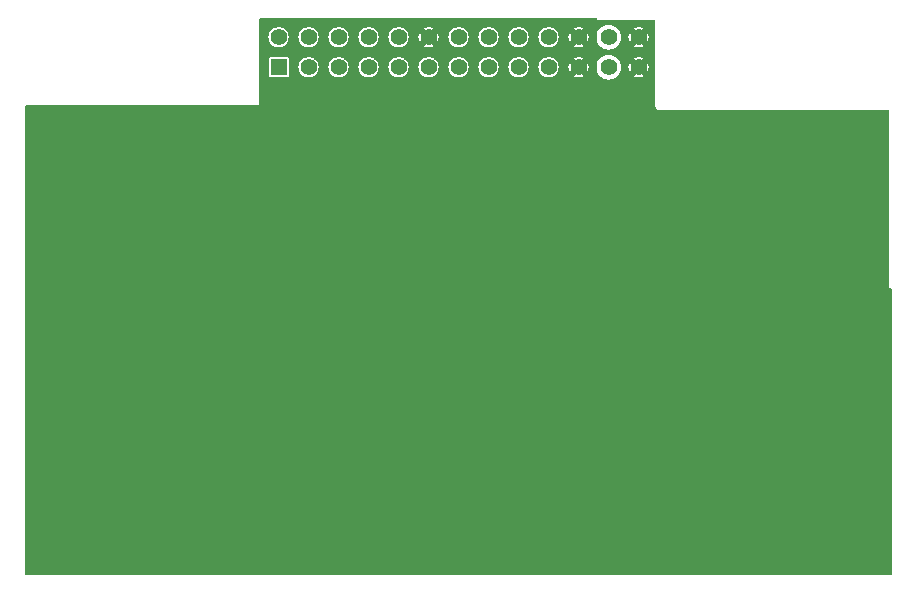
<source format=gbr>
%TF.GenerationSoftware,KiCad,Pcbnew,(6.0.8)*%
%TF.CreationDate,2023-08-07T17:47:41+10:00*%
%TF.ProjectId,REDPITAYA-BRK,52454450-4954-4415-9941-2d42524b2e6b,rev?*%
%TF.SameCoordinates,Original*%
%TF.FileFunction,Copper,L4,Bot*%
%TF.FilePolarity,Positive*%
%FSLAX46Y46*%
G04 Gerber Fmt 4.6, Leading zero omitted, Abs format (unit mm)*
G04 Created by KiCad (PCBNEW (6.0.8)) date 2023-08-07 17:47:41*
%MOMM*%
%LPD*%
G01*
G04 APERTURE LIST*
%TA.AperFunction,ComponentPad*%
%ADD10R,1.398000X1.398000*%
%TD*%
%TA.AperFunction,ComponentPad*%
%ADD11C,1.398000*%
%TD*%
%TA.AperFunction,ViaPad*%
%ADD12C,0.600000*%
%TD*%
G04 APERTURE END LIST*
D10*
%TO.P,J1,1,1*%
%TO.N,/p5v*%
X118110000Y-28194000D03*
D11*
%TO.P,J1,2,2*%
%TO.N,/mosi*%
X120650000Y-28194000D03*
%TO.P,J1,3,3*%
%TO.N,/sclk*%
X123190000Y-28194000D03*
%TO.P,J1,4,4*%
%TO.N,/uart_tx*%
X125730000Y-28194000D03*
%TO.P,J1,5,5*%
%TO.N,/i2c_scl*%
X128270000Y-28194000D03*
%TO.P,J1,6,6*%
%TO.N,/ext_com*%
X130810000Y-28194000D03*
%TO.P,J1,7,7*%
%TO.N,/ai0*%
X133350000Y-28194000D03*
%TO.P,J1,8,8*%
%TO.N,/ai2*%
X135890000Y-28194000D03*
%TO.P,J1,9,9*%
%TO.N,/ao0*%
X138430000Y-28194000D03*
%TO.P,J1,10,10*%
%TO.N,/ao2*%
X140970000Y-28194000D03*
%TO.P,J1,11,11*%
%TO.N,GND*%
X143510000Y-28194000D03*
%TO.P,J1,12,12*%
%TO.N,/CLK_P*%
X146050000Y-28194000D03*
%TO.P,J1,13,13*%
%TO.N,GND*%
X148590000Y-28194000D03*
%TO.P,J1,14,14*%
%TO.N,/m4v*%
X118110000Y-25654000D03*
%TO.P,J1,15,15*%
%TO.N,/miso*%
X120650000Y-25654000D03*
%TO.P,J1,16,16*%
%TO.N,/cs*%
X123190000Y-25654000D03*
%TO.P,J1,17,17*%
%TO.N,/uart_rx*%
X125730000Y-25654000D03*
%TO.P,J1,18,18*%
%TO.N,/i2c_sda*%
X128270000Y-25654000D03*
%TO.P,J1,19,19*%
%TO.N,GND*%
X130810000Y-25654000D03*
%TO.P,J1,20,20*%
%TO.N,/ai1*%
X133350000Y-25654000D03*
%TO.P,J1,21,21*%
%TO.N,/ai3*%
X135890000Y-25654000D03*
%TO.P,J1,22,22*%
%TO.N,/ao1*%
X138430000Y-25654000D03*
%TO.P,J1,23,23*%
%TO.N,/ao3*%
X140970000Y-25654000D03*
%TO.P,J1,24,24*%
%TO.N,GND*%
X143510000Y-25654000D03*
%TO.P,J1,25,25*%
%TO.N,/CLK_N*%
X146050000Y-25654000D03*
%TO.P,J1,26,26*%
%TO.N,GND*%
X148590000Y-25654000D03*
%TD*%
D12*
%TO.N,GND*%
X145796000Y-51816000D03*
X134874000Y-42672000D03*
X165100000Y-40386000D03*
X165862000Y-41402000D03*
X165862000Y-39370000D03*
X163576000Y-39370000D03*
X163576000Y-41402000D03*
X151892000Y-35052000D03*
X155702000Y-38862000D03*
X154940000Y-38100000D03*
X151130000Y-34290000D03*
X148336000Y-31242000D03*
X148844000Y-32004000D03*
X149606000Y-32766000D03*
X148336000Y-30226000D03*
X152654000Y-35814000D03*
X153416000Y-36576000D03*
X154178000Y-37338000D03*
X150368000Y-33528000D03*
X156464000Y-39370000D03*
X159512000Y-39370000D03*
X157480000Y-39370000D03*
X162560000Y-39370000D03*
X161544000Y-39370000D03*
X160528000Y-39370000D03*
X158496000Y-39370000D03*
X162560000Y-41402000D03*
X161544000Y-41402000D03*
X160528000Y-41402000D03*
X159512000Y-41402000D03*
X158496000Y-41402000D03*
X157480000Y-41402000D03*
X156464000Y-41402000D03*
X155194000Y-40894000D03*
X154432000Y-40132000D03*
X153670000Y-39370000D03*
X152908000Y-38608000D03*
X152146000Y-37846000D03*
X151384000Y-37084000D03*
X150622000Y-36322000D03*
X149860000Y-35560000D03*
X149098000Y-34798000D03*
X148336000Y-34036000D03*
X147574000Y-33274000D03*
X146812000Y-32512000D03*
X146304000Y-31242000D03*
X146304000Y-30226000D03*
X135636000Y-51562000D03*
X162306000Y-45212000D03*
X102108000Y-60452000D03*
X100837000Y-63600000D03*
X147320000Y-66040000D03*
X140462000Y-49022000D03*
X138012000Y-56324000D03*
X165862000Y-55880000D03*
X129261000Y-67468600D03*
X129281000Y-53363600D03*
X99198000Y-60467000D03*
X111047000Y-41915000D03*
X100584000Y-35560000D03*
X100827000Y-68555000D03*
X99402000Y-63615000D03*
X107696000Y-67310000D03*
X129246000Y-66033600D03*
X156215000Y-42648000D03*
X147828000Y-56388000D03*
X116001000Y-64488600D03*
X116018000Y-57643000D03*
X102008000Y-46791000D03*
X116083000Y-51235000D03*
X99033000Y-46796000D03*
X116013000Y-56143000D03*
X144272000Y-61214000D03*
X167386000Y-45212000D03*
X151259000Y-64715000D03*
X151145000Y-59044000D03*
X156209000Y-66160000D03*
X163884000Y-63386800D03*
X102030000Y-55285000D03*
X116083000Y-49760000D03*
X129286000Y-56338600D03*
X102033000Y-44251000D03*
X111046000Y-64468600D03*
X124271000Y-54898600D03*
X137997000Y-53414000D03*
X124460000Y-48514000D03*
X99058000Y-44256000D03*
X151145000Y-57569000D03*
X108204000Y-63246000D03*
X129286000Y-54863600D03*
X129246000Y-64558600D03*
X158750000Y-54356000D03*
X156194000Y-64725000D03*
X120118092Y-65250947D03*
X129004000Y-45890000D03*
X102302000Y-68555000D03*
X142882000Y-56329000D03*
X165349000Y-68301800D03*
X111003000Y-59109000D03*
X167401000Y-38100000D03*
X156209000Y-67635000D03*
X99120000Y-55300000D03*
X166794000Y-63371800D03*
X163874000Y-68301800D03*
X164846000Y-50038000D03*
X156215000Y-49760000D03*
X99392000Y-68570000D03*
X162306000Y-35560000D03*
X128989000Y-44455000D03*
X124271000Y-56373600D03*
X110998000Y-56134000D03*
X111023000Y-48299000D03*
X129540000Y-49530000D03*
X121158000Y-59436000D03*
X142882000Y-54854000D03*
X160274000Y-66802000D03*
X100555000Y-55285000D03*
X156215000Y-44123000D03*
X104648000Y-51308000D03*
X123896000Y-66013600D03*
X138041000Y-64595000D03*
X128989000Y-42980000D03*
X156215000Y-51235000D03*
X142981000Y-64555000D03*
X124266000Y-53398600D03*
X138012000Y-45747600D03*
X156225000Y-59044000D03*
X162306000Y-36830000D03*
X116077000Y-43360000D03*
X132080000Y-30734000D03*
X151274000Y-67625000D03*
X156210000Y-54356000D03*
X149606000Y-49530000D03*
X167386000Y-35560000D03*
X156210000Y-56134000D03*
X100533000Y-51736000D03*
X105410000Y-58928000D03*
X143002000Y-44245000D03*
X111061000Y-67378600D03*
X116016000Y-67398600D03*
X167386000Y-36830000D03*
X102028000Y-39281000D03*
X143002000Y-45720000D03*
X124206000Y-44401000D03*
X106426000Y-34290000D03*
X167371000Y-42302000D03*
X100533000Y-46791000D03*
X142867000Y-53419000D03*
X124221000Y-45836000D03*
X138012000Y-44272600D03*
X116077000Y-41885000D03*
X138012000Y-54849000D03*
X100593000Y-39296000D03*
X158242000Y-37084000D03*
X151135000Y-49760000D03*
X142987000Y-42810000D03*
X167371000Y-43777000D03*
X152146000Y-41656000D03*
X116001000Y-65963600D03*
X156225000Y-57569000D03*
X102312000Y-63600000D03*
X132080000Y-61468000D03*
X142996000Y-67465000D03*
X151274000Y-66150000D03*
X159512000Y-44704000D03*
X125222000Y-42672000D03*
X123911000Y-67448600D03*
X100558000Y-44251000D03*
X116018000Y-59118000D03*
X111046000Y-65943600D03*
X99118000Y-39296000D03*
X138056000Y-66030000D03*
X142981000Y-66030000D03*
X111023000Y-49774000D03*
X139446000Y-58674000D03*
X147828000Y-48006000D03*
X164338000Y-60706000D03*
X138056000Y-67505000D03*
X151130000Y-56134000D03*
X155702000Y-33782000D03*
X151135000Y-42926000D03*
X102008000Y-51736000D03*
X162291000Y-43777000D03*
X111047000Y-43390000D03*
X116078000Y-48260000D03*
X165359000Y-63386800D03*
X119634000Y-54102000D03*
X130556000Y-34798000D03*
X166784000Y-68286800D03*
X100633000Y-60452000D03*
X156210000Y-48260000D03*
X111003000Y-57634000D03*
X123896000Y-64538600D03*
X137997000Y-42837600D03*
X111038000Y-51209000D03*
X133604000Y-65532000D03*
X99033000Y-51741000D03*
%TD*%
%TA.AperFunction,Conductor*%
%TO.N,GND*%
G36*
X170000238Y-46933593D02*
G01*
X170025958Y-46978142D01*
X170027100Y-46991200D01*
X170027100Y-71145900D01*
X170009507Y-71194238D01*
X169964958Y-71219958D01*
X169951900Y-71221100D01*
X96748100Y-71221100D01*
X96699762Y-71203507D01*
X96674042Y-71158958D01*
X96672900Y-71145900D01*
X96672900Y-46916000D01*
X169951900Y-46916000D01*
X170000238Y-46933593D01*
G37*
%TD.AperFunction*%
%TD*%
%TA.AperFunction,Conductor*%
%TO.N,GND*%
G36*
X133440000Y-24802198D02*
G01*
X133439538Y-24802100D01*
X133260462Y-24802100D01*
X133085298Y-24839332D01*
X132921704Y-24912169D01*
X132918520Y-24914482D01*
X132918517Y-24914484D01*
X132780017Y-25015109D01*
X132776827Y-25017427D01*
X132657002Y-25150507D01*
X132655033Y-25153918D01*
X132576476Y-25289982D01*
X132567463Y-25305592D01*
X132512126Y-25475904D01*
X132493407Y-25654000D01*
X132512126Y-25832096D01*
X132567463Y-26002408D01*
X132569434Y-26005822D01*
X132569435Y-26005824D01*
X132577402Y-26019623D01*
X132657002Y-26157493D01*
X132776827Y-26290573D01*
X132780015Y-26292889D01*
X132780017Y-26292891D01*
X132918516Y-26393516D01*
X132918519Y-26393518D01*
X132921703Y-26395831D01*
X133085298Y-26468668D01*
X133260462Y-26505900D01*
X133439538Y-26505900D01*
X133440000Y-26505802D01*
X133440000Y-27342198D01*
X133439538Y-27342100D01*
X133260462Y-27342100D01*
X133085298Y-27379332D01*
X132921704Y-27452169D01*
X132918520Y-27454482D01*
X132918517Y-27454484D01*
X132780017Y-27555109D01*
X132776827Y-27557427D01*
X132657002Y-27690507D01*
X132567463Y-27845592D01*
X132512126Y-28015904D01*
X132493407Y-28194000D01*
X132512126Y-28372096D01*
X132567463Y-28542408D01*
X132657002Y-28697493D01*
X132776827Y-28830573D01*
X132780015Y-28832889D01*
X132780017Y-28832891D01*
X132918516Y-28933516D01*
X132918519Y-28933518D01*
X132921703Y-28935831D01*
X133085298Y-29008668D01*
X133260462Y-29045900D01*
X133439538Y-29045900D01*
X133440000Y-29045802D01*
X133440000Y-47070000D01*
X96672900Y-47070000D01*
X96672900Y-31470100D01*
X96690493Y-31421762D01*
X96735042Y-31396042D01*
X96748100Y-31394900D01*
X116301968Y-31394900D01*
X116321430Y-31397462D01*
X116332000Y-31400294D01*
X116342570Y-31397462D01*
X116352131Y-31394900D01*
X116401586Y-31381649D01*
X116401587Y-31381649D01*
X116411147Y-31379087D01*
X116469087Y-31321147D01*
X116490294Y-31242000D01*
X116487462Y-31231430D01*
X116484900Y-31211968D01*
X116484900Y-27479943D01*
X117258100Y-27479943D01*
X117258101Y-28908056D01*
X117266972Y-28952658D01*
X117300766Y-29003234D01*
X117306923Y-29007348D01*
X117345183Y-29032913D01*
X117345184Y-29032914D01*
X117351342Y-29037028D01*
X117358606Y-29038473D01*
X117391826Y-29045081D01*
X117395943Y-29045900D01*
X118109903Y-29045900D01*
X118824056Y-29045899D01*
X118868658Y-29037028D01*
X118919234Y-29003234D01*
X118953028Y-28952658D01*
X118961900Y-28908057D01*
X118961899Y-28194000D01*
X119793407Y-28194000D01*
X119812126Y-28372096D01*
X119867463Y-28542408D01*
X119957002Y-28697493D01*
X120076827Y-28830573D01*
X120080015Y-28832889D01*
X120080017Y-28832891D01*
X120218516Y-28933516D01*
X120218519Y-28933518D01*
X120221703Y-28935831D01*
X120385298Y-29008668D01*
X120560462Y-29045900D01*
X120739538Y-29045900D01*
X120914702Y-29008668D01*
X121078297Y-28935831D01*
X121081481Y-28933518D01*
X121081484Y-28933516D01*
X121219983Y-28832891D01*
X121219985Y-28832889D01*
X121223173Y-28830573D01*
X121342998Y-28697493D01*
X121432537Y-28542408D01*
X121487874Y-28372096D01*
X121506593Y-28194000D01*
X122333407Y-28194000D01*
X122352126Y-28372096D01*
X122407463Y-28542408D01*
X122497002Y-28697493D01*
X122616827Y-28830573D01*
X122620015Y-28832889D01*
X122620017Y-28832891D01*
X122758516Y-28933516D01*
X122758519Y-28933518D01*
X122761703Y-28935831D01*
X122925298Y-29008668D01*
X123100462Y-29045900D01*
X123279538Y-29045900D01*
X123454702Y-29008668D01*
X123618297Y-28935831D01*
X123621481Y-28933518D01*
X123621484Y-28933516D01*
X123759983Y-28832891D01*
X123759985Y-28832889D01*
X123763173Y-28830573D01*
X123882998Y-28697493D01*
X123972537Y-28542408D01*
X124027874Y-28372096D01*
X124046593Y-28194000D01*
X124873407Y-28194000D01*
X124892126Y-28372096D01*
X124947463Y-28542408D01*
X125037002Y-28697493D01*
X125156827Y-28830573D01*
X125160015Y-28832889D01*
X125160017Y-28832891D01*
X125298516Y-28933516D01*
X125298519Y-28933518D01*
X125301703Y-28935831D01*
X125465298Y-29008668D01*
X125640462Y-29045900D01*
X125819538Y-29045900D01*
X125994702Y-29008668D01*
X126158297Y-28935831D01*
X126161481Y-28933518D01*
X126161484Y-28933516D01*
X126299983Y-28832891D01*
X126299985Y-28832889D01*
X126303173Y-28830573D01*
X126422998Y-28697493D01*
X126512537Y-28542408D01*
X126567874Y-28372096D01*
X126586593Y-28194000D01*
X127413407Y-28194000D01*
X127432126Y-28372096D01*
X127487463Y-28542408D01*
X127577002Y-28697493D01*
X127696827Y-28830573D01*
X127700015Y-28832889D01*
X127700017Y-28832891D01*
X127838516Y-28933516D01*
X127838519Y-28933518D01*
X127841703Y-28935831D01*
X128005298Y-29008668D01*
X128180462Y-29045900D01*
X128359538Y-29045900D01*
X128534702Y-29008668D01*
X128698297Y-28935831D01*
X128701481Y-28933518D01*
X128701484Y-28933516D01*
X128839983Y-28832891D01*
X128839985Y-28832889D01*
X128843173Y-28830573D01*
X128962998Y-28697493D01*
X129052537Y-28542408D01*
X129107874Y-28372096D01*
X129126593Y-28194000D01*
X129953407Y-28194000D01*
X129972126Y-28372096D01*
X130027463Y-28542408D01*
X130117002Y-28697493D01*
X130236827Y-28830573D01*
X130240015Y-28832889D01*
X130240017Y-28832891D01*
X130378516Y-28933516D01*
X130378519Y-28933518D01*
X130381703Y-28935831D01*
X130545298Y-29008668D01*
X130720462Y-29045900D01*
X130899538Y-29045900D01*
X131074702Y-29008668D01*
X131238297Y-28935831D01*
X131241481Y-28933518D01*
X131241484Y-28933516D01*
X131379983Y-28832891D01*
X131379985Y-28832889D01*
X131383173Y-28830573D01*
X131502998Y-28697493D01*
X131592537Y-28542408D01*
X131647874Y-28372096D01*
X131666593Y-28194000D01*
X131647874Y-28015904D01*
X131592537Y-27845592D01*
X131502998Y-27690507D01*
X131383173Y-27557427D01*
X131281615Y-27483641D01*
X131241484Y-27454484D01*
X131241481Y-27454482D01*
X131238297Y-27452169D01*
X131074702Y-27379332D01*
X130899538Y-27342100D01*
X130720462Y-27342100D01*
X130545298Y-27379332D01*
X130381704Y-27452169D01*
X130378520Y-27454482D01*
X130378517Y-27454484D01*
X130240017Y-27555109D01*
X130236827Y-27557427D01*
X130117002Y-27690507D01*
X130027463Y-27845592D01*
X129972126Y-28015904D01*
X129953407Y-28194000D01*
X129126593Y-28194000D01*
X129107874Y-28015904D01*
X129052537Y-27845592D01*
X128962998Y-27690507D01*
X128843173Y-27557427D01*
X128741615Y-27483641D01*
X128701484Y-27454484D01*
X128701481Y-27454482D01*
X128698297Y-27452169D01*
X128534702Y-27379332D01*
X128359538Y-27342100D01*
X128180462Y-27342100D01*
X128005298Y-27379332D01*
X127841704Y-27452169D01*
X127838520Y-27454482D01*
X127838517Y-27454484D01*
X127700017Y-27555109D01*
X127696827Y-27557427D01*
X127577002Y-27690507D01*
X127487463Y-27845592D01*
X127432126Y-28015904D01*
X127413407Y-28194000D01*
X126586593Y-28194000D01*
X126567874Y-28015904D01*
X126512537Y-27845592D01*
X126422998Y-27690507D01*
X126303173Y-27557427D01*
X126201615Y-27483641D01*
X126161484Y-27454484D01*
X126161481Y-27454482D01*
X126158297Y-27452169D01*
X125994702Y-27379332D01*
X125819538Y-27342100D01*
X125640462Y-27342100D01*
X125465298Y-27379332D01*
X125301704Y-27452169D01*
X125298520Y-27454482D01*
X125298517Y-27454484D01*
X125160017Y-27555109D01*
X125156827Y-27557427D01*
X125037002Y-27690507D01*
X124947463Y-27845592D01*
X124892126Y-28015904D01*
X124873407Y-28194000D01*
X124046593Y-28194000D01*
X124027874Y-28015904D01*
X123972537Y-27845592D01*
X123882998Y-27690507D01*
X123763173Y-27557427D01*
X123661615Y-27483641D01*
X123621484Y-27454484D01*
X123621481Y-27454482D01*
X123618297Y-27452169D01*
X123454702Y-27379332D01*
X123279538Y-27342100D01*
X123100462Y-27342100D01*
X122925298Y-27379332D01*
X122761704Y-27452169D01*
X122758520Y-27454482D01*
X122758517Y-27454484D01*
X122620017Y-27555109D01*
X122616827Y-27557427D01*
X122497002Y-27690507D01*
X122407463Y-27845592D01*
X122352126Y-28015904D01*
X122333407Y-28194000D01*
X121506593Y-28194000D01*
X121487874Y-28015904D01*
X121432537Y-27845592D01*
X121342998Y-27690507D01*
X121223173Y-27557427D01*
X121121615Y-27483641D01*
X121081484Y-27454484D01*
X121081481Y-27454482D01*
X121078297Y-27452169D01*
X120914702Y-27379332D01*
X120739538Y-27342100D01*
X120560462Y-27342100D01*
X120385298Y-27379332D01*
X120221704Y-27452169D01*
X120218520Y-27454482D01*
X120218517Y-27454484D01*
X120080017Y-27555109D01*
X120076827Y-27557427D01*
X119957002Y-27690507D01*
X119867463Y-27845592D01*
X119812126Y-28015904D01*
X119793407Y-28194000D01*
X118961899Y-28194000D01*
X118961899Y-27479944D01*
X118953028Y-27435342D01*
X118919234Y-27384766D01*
X118913077Y-27380652D01*
X118874817Y-27355087D01*
X118874816Y-27355086D01*
X118868658Y-27350972D01*
X118861394Y-27349527D01*
X118827682Y-27342821D01*
X118827681Y-27342821D01*
X118824057Y-27342100D01*
X118110097Y-27342100D01*
X117395944Y-27342101D01*
X117351342Y-27350972D01*
X117300766Y-27384766D01*
X117266972Y-27435342D01*
X117258100Y-27479943D01*
X116484900Y-27479943D01*
X116484900Y-25654000D01*
X117253407Y-25654000D01*
X117272126Y-25832096D01*
X117327463Y-26002408D01*
X117329434Y-26005822D01*
X117329435Y-26005824D01*
X117337402Y-26019623D01*
X117417002Y-26157493D01*
X117536827Y-26290573D01*
X117540015Y-26292889D01*
X117540017Y-26292891D01*
X117678516Y-26393516D01*
X117678519Y-26393518D01*
X117681703Y-26395831D01*
X117845298Y-26468668D01*
X118020462Y-26505900D01*
X118199538Y-26505900D01*
X118374702Y-26468668D01*
X118538297Y-26395831D01*
X118541481Y-26393518D01*
X118541484Y-26393516D01*
X118679983Y-26292891D01*
X118679985Y-26292889D01*
X118683173Y-26290573D01*
X118802998Y-26157493D01*
X118882598Y-26019623D01*
X118890565Y-26005824D01*
X118890566Y-26005822D01*
X118892537Y-26002408D01*
X118947874Y-25832096D01*
X118966593Y-25654000D01*
X119793407Y-25654000D01*
X119812126Y-25832096D01*
X119867463Y-26002408D01*
X119869434Y-26005822D01*
X119869435Y-26005824D01*
X119877402Y-26019623D01*
X119957002Y-26157493D01*
X120076827Y-26290573D01*
X120080015Y-26292889D01*
X120080017Y-26292891D01*
X120218516Y-26393516D01*
X120218519Y-26393518D01*
X120221703Y-26395831D01*
X120385298Y-26468668D01*
X120560462Y-26505900D01*
X120739538Y-26505900D01*
X120914702Y-26468668D01*
X121078297Y-26395831D01*
X121081481Y-26393518D01*
X121081484Y-26393516D01*
X121219983Y-26292891D01*
X121219985Y-26292889D01*
X121223173Y-26290573D01*
X121342998Y-26157493D01*
X121422598Y-26019623D01*
X121430565Y-26005824D01*
X121430566Y-26005822D01*
X121432537Y-26002408D01*
X121487874Y-25832096D01*
X121506593Y-25654000D01*
X122333407Y-25654000D01*
X122352126Y-25832096D01*
X122407463Y-26002408D01*
X122409434Y-26005822D01*
X122409435Y-26005824D01*
X122417402Y-26019623D01*
X122497002Y-26157493D01*
X122616827Y-26290573D01*
X122620015Y-26292889D01*
X122620017Y-26292891D01*
X122758516Y-26393516D01*
X122758519Y-26393518D01*
X122761703Y-26395831D01*
X122925298Y-26468668D01*
X123100462Y-26505900D01*
X123279538Y-26505900D01*
X123454702Y-26468668D01*
X123618297Y-26395831D01*
X123621481Y-26393518D01*
X123621484Y-26393516D01*
X123759983Y-26292891D01*
X123759985Y-26292889D01*
X123763173Y-26290573D01*
X123882998Y-26157493D01*
X123962598Y-26019623D01*
X123970565Y-26005824D01*
X123970566Y-26005822D01*
X123972537Y-26002408D01*
X124027874Y-25832096D01*
X124046593Y-25654000D01*
X124873407Y-25654000D01*
X124892126Y-25832096D01*
X124947463Y-26002408D01*
X124949434Y-26005822D01*
X124949435Y-26005824D01*
X124957402Y-26019623D01*
X125037002Y-26157493D01*
X125156827Y-26290573D01*
X125160015Y-26292889D01*
X125160017Y-26292891D01*
X125298516Y-26393516D01*
X125298519Y-26393518D01*
X125301703Y-26395831D01*
X125465298Y-26468668D01*
X125640462Y-26505900D01*
X125819538Y-26505900D01*
X125994702Y-26468668D01*
X126158297Y-26395831D01*
X126161481Y-26393518D01*
X126161484Y-26393516D01*
X126299983Y-26292891D01*
X126299985Y-26292889D01*
X126303173Y-26290573D01*
X126422998Y-26157493D01*
X126502598Y-26019623D01*
X126510565Y-26005824D01*
X126510566Y-26005822D01*
X126512537Y-26002408D01*
X126567874Y-25832096D01*
X126586593Y-25654000D01*
X127413407Y-25654000D01*
X127432126Y-25832096D01*
X127487463Y-26002408D01*
X127489434Y-26005822D01*
X127489435Y-26005824D01*
X127497402Y-26019623D01*
X127577002Y-26157493D01*
X127696827Y-26290573D01*
X127700015Y-26292889D01*
X127700017Y-26292891D01*
X127838516Y-26393516D01*
X127838519Y-26393518D01*
X127841703Y-26395831D01*
X128005298Y-26468668D01*
X128180462Y-26505900D01*
X128359538Y-26505900D01*
X128534702Y-26468668D01*
X128666599Y-26409944D01*
X130418495Y-26409944D01*
X130423035Y-26413686D01*
X130541857Y-26466588D01*
X130549305Y-26469009D01*
X130716663Y-26504581D01*
X130724452Y-26505400D01*
X130895548Y-26505400D01*
X130903337Y-26504581D01*
X131070695Y-26469009D01*
X131078143Y-26466588D01*
X131194200Y-26414917D01*
X131201975Y-26407410D01*
X131199076Y-26402286D01*
X130819377Y-26022587D01*
X130809578Y-26018018D01*
X130803587Y-26019623D01*
X130423063Y-26400147D01*
X130418495Y-26409944D01*
X128666599Y-26409944D01*
X128698297Y-26395831D01*
X128701481Y-26393518D01*
X128701484Y-26393516D01*
X128839983Y-26292891D01*
X128839985Y-26292889D01*
X128843173Y-26290573D01*
X128962998Y-26157493D01*
X129042598Y-26019623D01*
X129050565Y-26005824D01*
X129050566Y-26005822D01*
X129052537Y-26002408D01*
X129107874Y-25832096D01*
X129126181Y-25657920D01*
X129954322Y-25657920D01*
X129972206Y-25828073D01*
X129973836Y-25835740D01*
X130026705Y-25998454D01*
X130029893Y-26005615D01*
X130048622Y-26038055D01*
X130056902Y-26045003D01*
X130059053Y-26045003D01*
X130061076Y-26043714D01*
X130441413Y-25663377D01*
X130445588Y-25654422D01*
X131174018Y-25654422D01*
X131175623Y-25660413D01*
X131555371Y-26040161D01*
X131565170Y-26044730D01*
X131567246Y-26044174D01*
X131568865Y-26042407D01*
X131590107Y-26005615D01*
X131593295Y-25998454D01*
X131646164Y-25835740D01*
X131647794Y-25828073D01*
X131665678Y-25657920D01*
X131665678Y-25650080D01*
X131647794Y-25479927D01*
X131646164Y-25472260D01*
X131593295Y-25309546D01*
X131590107Y-25302385D01*
X131571378Y-25269945D01*
X131563098Y-25262997D01*
X131560947Y-25262997D01*
X131558924Y-25264286D01*
X131178587Y-25644623D01*
X131174018Y-25654422D01*
X130445588Y-25654422D01*
X130445982Y-25653578D01*
X130444377Y-25647587D01*
X130064629Y-25267839D01*
X130054830Y-25263270D01*
X130052754Y-25263826D01*
X130051135Y-25265593D01*
X130029893Y-25302385D01*
X130026705Y-25309546D01*
X129973836Y-25472260D01*
X129972206Y-25479927D01*
X129954322Y-25650080D01*
X129954322Y-25657920D01*
X129126181Y-25657920D01*
X129126593Y-25654000D01*
X129107874Y-25475904D01*
X129052537Y-25305592D01*
X129043525Y-25289982D01*
X128964967Y-25153918D01*
X128962998Y-25150507D01*
X128843173Y-25017427D01*
X128839983Y-25015109D01*
X128701484Y-24914484D01*
X128701481Y-24914482D01*
X128698297Y-24912169D01*
X128672290Y-24900590D01*
X130418025Y-24900590D01*
X130420924Y-24905714D01*
X130800623Y-25285413D01*
X130810422Y-25289982D01*
X130816413Y-25288377D01*
X131196937Y-24907853D01*
X131201505Y-24898056D01*
X131196965Y-24894314D01*
X131078143Y-24841412D01*
X131070695Y-24838991D01*
X130903337Y-24803419D01*
X130895548Y-24802600D01*
X130724452Y-24802600D01*
X130716663Y-24803419D01*
X130549305Y-24838991D01*
X130541857Y-24841412D01*
X130425800Y-24893083D01*
X130418025Y-24900590D01*
X128672290Y-24900590D01*
X128534702Y-24839332D01*
X128359538Y-24802100D01*
X128180462Y-24802100D01*
X128005298Y-24839332D01*
X127841704Y-24912169D01*
X127838520Y-24914482D01*
X127838517Y-24914484D01*
X127700017Y-25015109D01*
X127696827Y-25017427D01*
X127577002Y-25150507D01*
X127575033Y-25153918D01*
X127496476Y-25289982D01*
X127487463Y-25305592D01*
X127432126Y-25475904D01*
X127413407Y-25654000D01*
X126586593Y-25654000D01*
X126567874Y-25475904D01*
X126512537Y-25305592D01*
X126503525Y-25289982D01*
X126424967Y-25153918D01*
X126422998Y-25150507D01*
X126303173Y-25017427D01*
X126299983Y-25015109D01*
X126161484Y-24914484D01*
X126161481Y-24914482D01*
X126158297Y-24912169D01*
X125994702Y-24839332D01*
X125819538Y-24802100D01*
X125640462Y-24802100D01*
X125465298Y-24839332D01*
X125301704Y-24912169D01*
X125298520Y-24914482D01*
X125298517Y-24914484D01*
X125160017Y-25015109D01*
X125156827Y-25017427D01*
X125037002Y-25150507D01*
X125035033Y-25153918D01*
X124956476Y-25289982D01*
X124947463Y-25305592D01*
X124892126Y-25475904D01*
X124873407Y-25654000D01*
X124046593Y-25654000D01*
X124027874Y-25475904D01*
X123972537Y-25305592D01*
X123963525Y-25289982D01*
X123884967Y-25153918D01*
X123882998Y-25150507D01*
X123763173Y-25017427D01*
X123759983Y-25015109D01*
X123621484Y-24914484D01*
X123621481Y-24914482D01*
X123618297Y-24912169D01*
X123454702Y-24839332D01*
X123279538Y-24802100D01*
X123100462Y-24802100D01*
X122925298Y-24839332D01*
X122761704Y-24912169D01*
X122758520Y-24914482D01*
X122758517Y-24914484D01*
X122620017Y-25015109D01*
X122616827Y-25017427D01*
X122497002Y-25150507D01*
X122495033Y-25153918D01*
X122416476Y-25289982D01*
X122407463Y-25305592D01*
X122352126Y-25475904D01*
X122333407Y-25654000D01*
X121506593Y-25654000D01*
X121487874Y-25475904D01*
X121432537Y-25305592D01*
X121423525Y-25289982D01*
X121344967Y-25153918D01*
X121342998Y-25150507D01*
X121223173Y-25017427D01*
X121219983Y-25015109D01*
X121081484Y-24914484D01*
X121081481Y-24914482D01*
X121078297Y-24912169D01*
X120914702Y-24839332D01*
X120739538Y-24802100D01*
X120560462Y-24802100D01*
X120385298Y-24839332D01*
X120221704Y-24912169D01*
X120218520Y-24914482D01*
X120218517Y-24914484D01*
X120080017Y-25015109D01*
X120076827Y-25017427D01*
X119957002Y-25150507D01*
X119955033Y-25153918D01*
X119876476Y-25289982D01*
X119867463Y-25305592D01*
X119812126Y-25475904D01*
X119793407Y-25654000D01*
X118966593Y-25654000D01*
X118947874Y-25475904D01*
X118892537Y-25305592D01*
X118883525Y-25289982D01*
X118804967Y-25153918D01*
X118802998Y-25150507D01*
X118683173Y-25017427D01*
X118679983Y-25015109D01*
X118541484Y-24914484D01*
X118541481Y-24914482D01*
X118538297Y-24912169D01*
X118374702Y-24839332D01*
X118199538Y-24802100D01*
X118020462Y-24802100D01*
X117845298Y-24839332D01*
X117681704Y-24912169D01*
X117678520Y-24914482D01*
X117678517Y-24914484D01*
X117540017Y-25015109D01*
X117536827Y-25017427D01*
X117417002Y-25150507D01*
X117415033Y-25153918D01*
X117336476Y-25289982D01*
X117327463Y-25305592D01*
X117272126Y-25475904D01*
X117253407Y-25654000D01*
X116484900Y-25654000D01*
X116484900Y-24104100D01*
X116502493Y-24055762D01*
X116547042Y-24030042D01*
X116560100Y-24028900D01*
X133440000Y-24028900D01*
X133440000Y-24802198D01*
G37*
%TD.AperFunction*%
%TD*%
%TA.AperFunction,Conductor*%
%TO.N,GND*%
G36*
X145034000Y-47070000D02*
G01*
X133240000Y-47070000D01*
X133240000Y-29041551D01*
X133260462Y-29045900D01*
X133439538Y-29045900D01*
X133614702Y-29008668D01*
X133778297Y-28935831D01*
X133781481Y-28933518D01*
X133781484Y-28933516D01*
X133919983Y-28832891D01*
X133919985Y-28832889D01*
X133923173Y-28830573D01*
X134042998Y-28697493D01*
X134122598Y-28559623D01*
X134130565Y-28545824D01*
X134130566Y-28545822D01*
X134132537Y-28542408D01*
X134187874Y-28372096D01*
X134206593Y-28194000D01*
X135033407Y-28194000D01*
X135052126Y-28372096D01*
X135107463Y-28542408D01*
X135109434Y-28545822D01*
X135109435Y-28545824D01*
X135117402Y-28559623D01*
X135197002Y-28697493D01*
X135316827Y-28830573D01*
X135320015Y-28832889D01*
X135320017Y-28832891D01*
X135458516Y-28933516D01*
X135458519Y-28933518D01*
X135461703Y-28935831D01*
X135625298Y-29008668D01*
X135800462Y-29045900D01*
X135979538Y-29045900D01*
X136154702Y-29008668D01*
X136318297Y-28935831D01*
X136321481Y-28933518D01*
X136321484Y-28933516D01*
X136459983Y-28832891D01*
X136459985Y-28832889D01*
X136463173Y-28830573D01*
X136582998Y-28697493D01*
X136662598Y-28559623D01*
X136670565Y-28545824D01*
X136670566Y-28545822D01*
X136672537Y-28542408D01*
X136727874Y-28372096D01*
X136746593Y-28194000D01*
X137573407Y-28194000D01*
X137592126Y-28372096D01*
X137647463Y-28542408D01*
X137649434Y-28545822D01*
X137649435Y-28545824D01*
X137657402Y-28559623D01*
X137737002Y-28697493D01*
X137856827Y-28830573D01*
X137860015Y-28832889D01*
X137860017Y-28832891D01*
X137998516Y-28933516D01*
X137998519Y-28933518D01*
X138001703Y-28935831D01*
X138165298Y-29008668D01*
X138340462Y-29045900D01*
X138519538Y-29045900D01*
X138694702Y-29008668D01*
X138858297Y-28935831D01*
X138861481Y-28933518D01*
X138861484Y-28933516D01*
X138999983Y-28832891D01*
X138999985Y-28832889D01*
X139003173Y-28830573D01*
X139122998Y-28697493D01*
X139202598Y-28559623D01*
X139210565Y-28545824D01*
X139210566Y-28545822D01*
X139212537Y-28542408D01*
X139267874Y-28372096D01*
X139286593Y-28194000D01*
X140113407Y-28194000D01*
X140132126Y-28372096D01*
X140187463Y-28542408D01*
X140189434Y-28545822D01*
X140189435Y-28545824D01*
X140197402Y-28559623D01*
X140277002Y-28697493D01*
X140396827Y-28830573D01*
X140400015Y-28832889D01*
X140400017Y-28832891D01*
X140538516Y-28933516D01*
X140538519Y-28933518D01*
X140541703Y-28935831D01*
X140705298Y-29008668D01*
X140880462Y-29045900D01*
X141059538Y-29045900D01*
X141234702Y-29008668D01*
X141366599Y-28949944D01*
X143118495Y-28949944D01*
X143123035Y-28953686D01*
X143241857Y-29006588D01*
X143249305Y-29009009D01*
X143416663Y-29044581D01*
X143424452Y-29045400D01*
X143595548Y-29045400D01*
X143603337Y-29044581D01*
X143770695Y-29009009D01*
X143778143Y-29006588D01*
X143894200Y-28954917D01*
X143901975Y-28947410D01*
X143899076Y-28942286D01*
X143519377Y-28562587D01*
X143509578Y-28558018D01*
X143503587Y-28559623D01*
X143123063Y-28940147D01*
X143118495Y-28949944D01*
X141366599Y-28949944D01*
X141398297Y-28935831D01*
X141401481Y-28933518D01*
X141401484Y-28933516D01*
X141539983Y-28832891D01*
X141539985Y-28832889D01*
X141543173Y-28830573D01*
X141662998Y-28697493D01*
X141742598Y-28559623D01*
X141750565Y-28545824D01*
X141750566Y-28545822D01*
X141752537Y-28542408D01*
X141807874Y-28372096D01*
X141826181Y-28197920D01*
X142654322Y-28197920D01*
X142672206Y-28368073D01*
X142673836Y-28375740D01*
X142726705Y-28538454D01*
X142729893Y-28545615D01*
X142748622Y-28578055D01*
X142756902Y-28585003D01*
X142759053Y-28585003D01*
X142761076Y-28583714D01*
X143141413Y-28203377D01*
X143145588Y-28194422D01*
X143874018Y-28194422D01*
X143875623Y-28200413D01*
X144255371Y-28580161D01*
X144265170Y-28584730D01*
X144267246Y-28584174D01*
X144268865Y-28582407D01*
X144290107Y-28545615D01*
X144293295Y-28538454D01*
X144346164Y-28375740D01*
X144347794Y-28368073D01*
X144365678Y-28197920D01*
X144365678Y-28190080D01*
X144347794Y-28019927D01*
X144346164Y-28012260D01*
X144293295Y-27849546D01*
X144290107Y-27842385D01*
X144271378Y-27809945D01*
X144263098Y-27802997D01*
X144260947Y-27802997D01*
X144258924Y-27804286D01*
X143878587Y-28184623D01*
X143874018Y-28194422D01*
X143145588Y-28194422D01*
X143145982Y-28193578D01*
X143144377Y-28187587D01*
X142764629Y-27807839D01*
X142754830Y-27803270D01*
X142752754Y-27803826D01*
X142751135Y-27805593D01*
X142729893Y-27842385D01*
X142726705Y-27849546D01*
X142673836Y-28012260D01*
X142672206Y-28019927D01*
X142654322Y-28190080D01*
X142654322Y-28197920D01*
X141826181Y-28197920D01*
X141826593Y-28194000D01*
X141807874Y-28015904D01*
X141752537Y-27845592D01*
X141743525Y-27829982D01*
X141664967Y-27693918D01*
X141662998Y-27690507D01*
X141543173Y-27557427D01*
X141539983Y-27555109D01*
X141401484Y-27454484D01*
X141401481Y-27454482D01*
X141398297Y-27452169D01*
X141372290Y-27440590D01*
X143118025Y-27440590D01*
X143120924Y-27445714D01*
X143500623Y-27825413D01*
X143510422Y-27829982D01*
X143516413Y-27828377D01*
X143896937Y-27447853D01*
X143901505Y-27438056D01*
X143896965Y-27434314D01*
X143778143Y-27381412D01*
X143770695Y-27378991D01*
X143603337Y-27343419D01*
X143595548Y-27342600D01*
X143424452Y-27342600D01*
X143416663Y-27343419D01*
X143249305Y-27378991D01*
X143241857Y-27381412D01*
X143125800Y-27433083D01*
X143118025Y-27440590D01*
X141372290Y-27440590D01*
X141234702Y-27379332D01*
X141059538Y-27342100D01*
X140880462Y-27342100D01*
X140705298Y-27379332D01*
X140541704Y-27452169D01*
X140538520Y-27454482D01*
X140538517Y-27454484D01*
X140400017Y-27555109D01*
X140396827Y-27557427D01*
X140277002Y-27690507D01*
X140275033Y-27693918D01*
X140196476Y-27829982D01*
X140187463Y-27845592D01*
X140132126Y-28015904D01*
X140113407Y-28194000D01*
X139286593Y-28194000D01*
X139267874Y-28015904D01*
X139212537Y-27845592D01*
X139203525Y-27829982D01*
X139124967Y-27693918D01*
X139122998Y-27690507D01*
X139003173Y-27557427D01*
X138999983Y-27555109D01*
X138861484Y-27454484D01*
X138861481Y-27454482D01*
X138858297Y-27452169D01*
X138694702Y-27379332D01*
X138519538Y-27342100D01*
X138340462Y-27342100D01*
X138165298Y-27379332D01*
X138001704Y-27452169D01*
X137998520Y-27454482D01*
X137998517Y-27454484D01*
X137860017Y-27555109D01*
X137856827Y-27557427D01*
X137737002Y-27690507D01*
X137735033Y-27693918D01*
X137656476Y-27829982D01*
X137647463Y-27845592D01*
X137592126Y-28015904D01*
X137573407Y-28194000D01*
X136746593Y-28194000D01*
X136727874Y-28015904D01*
X136672537Y-27845592D01*
X136663525Y-27829982D01*
X136584967Y-27693918D01*
X136582998Y-27690507D01*
X136463173Y-27557427D01*
X136459983Y-27555109D01*
X136321484Y-27454484D01*
X136321481Y-27454482D01*
X136318297Y-27452169D01*
X136154702Y-27379332D01*
X135979538Y-27342100D01*
X135800462Y-27342100D01*
X135625298Y-27379332D01*
X135461704Y-27452169D01*
X135458520Y-27454482D01*
X135458517Y-27454484D01*
X135320017Y-27555109D01*
X135316827Y-27557427D01*
X135197002Y-27690507D01*
X135195033Y-27693918D01*
X135116476Y-27829982D01*
X135107463Y-27845592D01*
X135052126Y-28015904D01*
X135033407Y-28194000D01*
X134206593Y-28194000D01*
X134187874Y-28015904D01*
X134132537Y-27845592D01*
X134123525Y-27829982D01*
X134044967Y-27693918D01*
X134042998Y-27690507D01*
X133923173Y-27557427D01*
X133919983Y-27555109D01*
X133781484Y-27454484D01*
X133781481Y-27454482D01*
X133778297Y-27452169D01*
X133614702Y-27379332D01*
X133439538Y-27342100D01*
X133260462Y-27342100D01*
X133240000Y-27346449D01*
X133240000Y-26501551D01*
X133260462Y-26505900D01*
X133439538Y-26505900D01*
X133614702Y-26468668D01*
X133778297Y-26395831D01*
X133781481Y-26393518D01*
X133781484Y-26393516D01*
X133919983Y-26292891D01*
X133919985Y-26292889D01*
X133923173Y-26290573D01*
X134042998Y-26157493D01*
X134122598Y-26019623D01*
X134130565Y-26005824D01*
X134130566Y-26005822D01*
X134132537Y-26002408D01*
X134187874Y-25832096D01*
X134206593Y-25654000D01*
X135033407Y-25654000D01*
X135052126Y-25832096D01*
X135107463Y-26002408D01*
X135109434Y-26005822D01*
X135109435Y-26005824D01*
X135117402Y-26019623D01*
X135197002Y-26157493D01*
X135316827Y-26290573D01*
X135320015Y-26292889D01*
X135320017Y-26292891D01*
X135458516Y-26393516D01*
X135458519Y-26393518D01*
X135461703Y-26395831D01*
X135625298Y-26468668D01*
X135800462Y-26505900D01*
X135979538Y-26505900D01*
X136154702Y-26468668D01*
X136318297Y-26395831D01*
X136321481Y-26393518D01*
X136321484Y-26393516D01*
X136459983Y-26292891D01*
X136459985Y-26292889D01*
X136463173Y-26290573D01*
X136582998Y-26157493D01*
X136662598Y-26019623D01*
X136670565Y-26005824D01*
X136670566Y-26005822D01*
X136672537Y-26002408D01*
X136727874Y-25832096D01*
X136746593Y-25654000D01*
X137573407Y-25654000D01*
X137592126Y-25832096D01*
X137647463Y-26002408D01*
X137649434Y-26005822D01*
X137649435Y-26005824D01*
X137657402Y-26019623D01*
X137737002Y-26157493D01*
X137856827Y-26290573D01*
X137860015Y-26292889D01*
X137860017Y-26292891D01*
X137998516Y-26393516D01*
X137998519Y-26393518D01*
X138001703Y-26395831D01*
X138165298Y-26468668D01*
X138340462Y-26505900D01*
X138519538Y-26505900D01*
X138694702Y-26468668D01*
X138858297Y-26395831D01*
X138861481Y-26393518D01*
X138861484Y-26393516D01*
X138999983Y-26292891D01*
X138999985Y-26292889D01*
X139003173Y-26290573D01*
X139122998Y-26157493D01*
X139202598Y-26019623D01*
X139210565Y-26005824D01*
X139210566Y-26005822D01*
X139212537Y-26002408D01*
X139267874Y-25832096D01*
X139286593Y-25654000D01*
X140113407Y-25654000D01*
X140132126Y-25832096D01*
X140187463Y-26002408D01*
X140189434Y-26005822D01*
X140189435Y-26005824D01*
X140197402Y-26019623D01*
X140277002Y-26157493D01*
X140396827Y-26290573D01*
X140400015Y-26292889D01*
X140400017Y-26292891D01*
X140538516Y-26393516D01*
X140538519Y-26393518D01*
X140541703Y-26395831D01*
X140705298Y-26468668D01*
X140880462Y-26505900D01*
X141059538Y-26505900D01*
X141234702Y-26468668D01*
X141366599Y-26409944D01*
X143118495Y-26409944D01*
X143123035Y-26413686D01*
X143241857Y-26466588D01*
X143249305Y-26469009D01*
X143416663Y-26504581D01*
X143424452Y-26505400D01*
X143595548Y-26505400D01*
X143603337Y-26504581D01*
X143770695Y-26469009D01*
X143778143Y-26466588D01*
X143894200Y-26414917D01*
X143901975Y-26407410D01*
X143899076Y-26402286D01*
X143519377Y-26022587D01*
X143509578Y-26018018D01*
X143503587Y-26019623D01*
X143123063Y-26400147D01*
X143118495Y-26409944D01*
X141366599Y-26409944D01*
X141398297Y-26395831D01*
X141401481Y-26393518D01*
X141401484Y-26393516D01*
X141539983Y-26292891D01*
X141539985Y-26292889D01*
X141543173Y-26290573D01*
X141662998Y-26157493D01*
X141742598Y-26019623D01*
X141750565Y-26005824D01*
X141750566Y-26005822D01*
X141752537Y-26002408D01*
X141807874Y-25832096D01*
X141826181Y-25657920D01*
X142654322Y-25657920D01*
X142672206Y-25828073D01*
X142673836Y-25835740D01*
X142726705Y-25998454D01*
X142729893Y-26005615D01*
X142748622Y-26038055D01*
X142756902Y-26045003D01*
X142759053Y-26045003D01*
X142761076Y-26043714D01*
X143141413Y-25663377D01*
X143145588Y-25654422D01*
X143874018Y-25654422D01*
X143875623Y-25660413D01*
X144255371Y-26040161D01*
X144265170Y-26044730D01*
X144267246Y-26044174D01*
X144268865Y-26042407D01*
X144290107Y-26005615D01*
X144293295Y-25998454D01*
X144346164Y-25835740D01*
X144347794Y-25828073D01*
X144365678Y-25657920D01*
X144365678Y-25650080D01*
X144347794Y-25479927D01*
X144346164Y-25472260D01*
X144293295Y-25309546D01*
X144290107Y-25302385D01*
X144271378Y-25269945D01*
X144263098Y-25262997D01*
X144260947Y-25262997D01*
X144258924Y-25264286D01*
X143878587Y-25644623D01*
X143874018Y-25654422D01*
X143145588Y-25654422D01*
X143145982Y-25653578D01*
X143144377Y-25647587D01*
X142764629Y-25267839D01*
X142754830Y-25263270D01*
X142752754Y-25263826D01*
X142751135Y-25265593D01*
X142729893Y-25302385D01*
X142726705Y-25309546D01*
X142673836Y-25472260D01*
X142672206Y-25479927D01*
X142654322Y-25650080D01*
X142654322Y-25657920D01*
X141826181Y-25657920D01*
X141826593Y-25654000D01*
X141807874Y-25475904D01*
X141752537Y-25305592D01*
X141743525Y-25289982D01*
X141664967Y-25153918D01*
X141662998Y-25150507D01*
X141543173Y-25017427D01*
X141539983Y-25015109D01*
X141401484Y-24914484D01*
X141401481Y-24914482D01*
X141398297Y-24912169D01*
X141372290Y-24900590D01*
X143118025Y-24900590D01*
X143120924Y-24905714D01*
X143500623Y-25285413D01*
X143510422Y-25289982D01*
X143516413Y-25288377D01*
X143896937Y-24907853D01*
X143901505Y-24898056D01*
X143896965Y-24894314D01*
X143778143Y-24841412D01*
X143770695Y-24838991D01*
X143603337Y-24803419D01*
X143595548Y-24802600D01*
X143424452Y-24802600D01*
X143416663Y-24803419D01*
X143249305Y-24838991D01*
X143241857Y-24841412D01*
X143125800Y-24893083D01*
X143118025Y-24900590D01*
X141372290Y-24900590D01*
X141234702Y-24839332D01*
X141059538Y-24802100D01*
X140880462Y-24802100D01*
X140705298Y-24839332D01*
X140541704Y-24912169D01*
X140538520Y-24914482D01*
X140538517Y-24914484D01*
X140400017Y-25015109D01*
X140396827Y-25017427D01*
X140277002Y-25150507D01*
X140275033Y-25153918D01*
X140196476Y-25289982D01*
X140187463Y-25305592D01*
X140132126Y-25475904D01*
X140113407Y-25654000D01*
X139286593Y-25654000D01*
X139267874Y-25475904D01*
X139212537Y-25305592D01*
X139203525Y-25289982D01*
X139124967Y-25153918D01*
X139122998Y-25150507D01*
X139003173Y-25017427D01*
X138999983Y-25015109D01*
X138861484Y-24914484D01*
X138861481Y-24914482D01*
X138858297Y-24912169D01*
X138694702Y-24839332D01*
X138519538Y-24802100D01*
X138340462Y-24802100D01*
X138165298Y-24839332D01*
X138001704Y-24912169D01*
X137998520Y-24914482D01*
X137998517Y-24914484D01*
X137860017Y-25015109D01*
X137856827Y-25017427D01*
X137737002Y-25150507D01*
X137735033Y-25153918D01*
X137656476Y-25289982D01*
X137647463Y-25305592D01*
X137592126Y-25475904D01*
X137573407Y-25654000D01*
X136746593Y-25654000D01*
X136727874Y-25475904D01*
X136672537Y-25305592D01*
X136663525Y-25289982D01*
X136584967Y-25153918D01*
X136582998Y-25150507D01*
X136463173Y-25017427D01*
X136459983Y-25015109D01*
X136321484Y-24914484D01*
X136321481Y-24914482D01*
X136318297Y-24912169D01*
X136154702Y-24839332D01*
X135979538Y-24802100D01*
X135800462Y-24802100D01*
X135625298Y-24839332D01*
X135461704Y-24912169D01*
X135458520Y-24914482D01*
X135458517Y-24914484D01*
X135320017Y-25015109D01*
X135316827Y-25017427D01*
X135197002Y-25150507D01*
X135195033Y-25153918D01*
X135116476Y-25289982D01*
X135107463Y-25305592D01*
X135052126Y-25475904D01*
X135033407Y-25654000D01*
X134206593Y-25654000D01*
X134187874Y-25475904D01*
X134132537Y-25305592D01*
X134123525Y-25289982D01*
X134044967Y-25153918D01*
X134042998Y-25150507D01*
X133923173Y-25017427D01*
X133919983Y-25015109D01*
X133781484Y-24914484D01*
X133781481Y-24914482D01*
X133778297Y-24912169D01*
X133614702Y-24839332D01*
X133439538Y-24802100D01*
X133260462Y-24802100D01*
X133240000Y-24806449D01*
X133240000Y-24028900D01*
X145034000Y-24028900D01*
X145034000Y-47070000D01*
G37*
%TD.AperFunction*%
%TD*%
%TA.AperFunction,Conductor*%
%TO.N,GND*%
G36*
X158750000Y-47070000D02*
G01*
X144924000Y-47070000D01*
X144924000Y-41148000D01*
X158750000Y-41148000D01*
X158750000Y-47070000D01*
G37*
%TD.AperFunction*%
%TD*%
%TA.AperFunction,Conductor*%
%TO.N,GND*%
G36*
X154940000Y-41228000D02*
G01*
X144924000Y-41228000D01*
X144924000Y-37338000D01*
X150876000Y-37338000D01*
X154940000Y-41228000D01*
G37*
%TD.AperFunction*%
%TD*%
%TA.AperFunction,Conductor*%
%TO.N,GND*%
G36*
X150876000Y-37338000D02*
G01*
X144924000Y-37418000D01*
X144924000Y-34036000D01*
X147574000Y-34036000D01*
X150876000Y-37338000D01*
G37*
%TD.AperFunction*%
%TD*%
%TA.AperFunction,Conductor*%
%TO.N,GND*%
G36*
X147574000Y-34036000D02*
G01*
X144780000Y-34036000D01*
X144780000Y-31242000D01*
X147574000Y-34036000D01*
G37*
%TD.AperFunction*%
%TD*%
%TA.AperFunction,Conductor*%
%TO.N,GND*%
G36*
X149990638Y-24244093D02*
G01*
X150016358Y-24288642D01*
X150017500Y-24301700D01*
X150017500Y-31477317D01*
X150017219Y-31483806D01*
X150014285Y-31517684D01*
X150014285Y-31517688D01*
X150013749Y-31523880D01*
X150015247Y-31529910D01*
X150015247Y-31529912D01*
X150023780Y-31564262D01*
X150024977Y-31570044D01*
X150030790Y-31604966D01*
X150030791Y-31604969D01*
X150031812Y-31611103D01*
X150034765Y-31616575D01*
X150036482Y-31621590D01*
X150038282Y-31626243D01*
X150040383Y-31631098D01*
X150041880Y-31637125D01*
X150045249Y-31642343D01*
X150045251Y-31642347D01*
X150064450Y-31672081D01*
X150067455Y-31677162D01*
X150084270Y-31708324D01*
X150084272Y-31708326D01*
X150087222Y-31713794D01*
X150091784Y-31718011D01*
X150095008Y-31722168D01*
X150098257Y-31726033D01*
X150101802Y-31729929D01*
X150105175Y-31735152D01*
X150137870Y-31760927D01*
X150142335Y-31764741D01*
X150172907Y-31793001D01*
X150178595Y-31795515D01*
X150183009Y-31798415D01*
X150187284Y-31800989D01*
X150191927Y-31803542D01*
X150196811Y-31807392D01*
X150202677Y-31809452D01*
X150236079Y-31821182D01*
X150241563Y-31823353D01*
X150256598Y-31830000D01*
X144924000Y-31830000D01*
X144924000Y-28179276D01*
X144995525Y-28179276D01*
X144995833Y-28182944D01*
X144995833Y-28182947D01*
X144997300Y-28200413D01*
X145012747Y-28384372D01*
X145013761Y-28387908D01*
X145063000Y-28559623D01*
X145069478Y-28582216D01*
X145163557Y-28765274D01*
X145291400Y-28926571D01*
X145294194Y-28928949D01*
X145294195Y-28928950D01*
X145330633Y-28959961D01*
X145448138Y-29059966D01*
X145451339Y-29061755D01*
X145451342Y-29061757D01*
X145487821Y-29082144D01*
X145627801Y-29160376D01*
X145823545Y-29223977D01*
X145936064Y-29237394D01*
X146024257Y-29247911D01*
X146024259Y-29247911D01*
X146027915Y-29248347D01*
X146233126Y-29232557D01*
X146387884Y-29189347D01*
X146427823Y-29178196D01*
X146427824Y-29178195D01*
X146431361Y-29177208D01*
X146434635Y-29175554D01*
X146434638Y-29175553D01*
X146519160Y-29132858D01*
X146615071Y-29084410D01*
X146617969Y-29082146D01*
X146617972Y-29082144D01*
X146774360Y-28959961D01*
X146774365Y-28959956D01*
X146777258Y-28957696D01*
X146783949Y-28949944D01*
X148198495Y-28949944D01*
X148203035Y-28953686D01*
X148321857Y-29006588D01*
X148329305Y-29009009D01*
X148496663Y-29044581D01*
X148504452Y-29045400D01*
X148675548Y-29045400D01*
X148683337Y-29044581D01*
X148850695Y-29009009D01*
X148858143Y-29006588D01*
X148974200Y-28954917D01*
X148981975Y-28947410D01*
X148979076Y-28942286D01*
X148599377Y-28562587D01*
X148589578Y-28558018D01*
X148583587Y-28559623D01*
X148203063Y-28940147D01*
X148198495Y-28949944D01*
X146783949Y-28949944D01*
X146804124Y-28926571D01*
X146909338Y-28804680D01*
X146909341Y-28804676D01*
X146911743Y-28801893D01*
X147013405Y-28622936D01*
X147078371Y-28427640D01*
X147083391Y-28387908D01*
X147103903Y-28225536D01*
X147103903Y-28225535D01*
X147104167Y-28223446D01*
X147104447Y-28203377D01*
X147104523Y-28197920D01*
X147734322Y-28197920D01*
X147752206Y-28368073D01*
X147753836Y-28375740D01*
X147806705Y-28538454D01*
X147809893Y-28545615D01*
X147828622Y-28578055D01*
X147836902Y-28585003D01*
X147839053Y-28585003D01*
X147841076Y-28583714D01*
X148221413Y-28203377D01*
X148225588Y-28194422D01*
X148954018Y-28194422D01*
X148955623Y-28200413D01*
X149335371Y-28580161D01*
X149345170Y-28584730D01*
X149347246Y-28584174D01*
X149348865Y-28582407D01*
X149370107Y-28545615D01*
X149373295Y-28538454D01*
X149426164Y-28375740D01*
X149427794Y-28368073D01*
X149445678Y-28197920D01*
X149445678Y-28190080D01*
X149427794Y-28019927D01*
X149426164Y-28012260D01*
X149373295Y-27849546D01*
X149370107Y-27842385D01*
X149351378Y-27809945D01*
X149343098Y-27802997D01*
X149340947Y-27802997D01*
X149338924Y-27804286D01*
X148958587Y-28184623D01*
X148954018Y-28194422D01*
X148225588Y-28194422D01*
X148225982Y-28193578D01*
X148224377Y-28187587D01*
X147844629Y-27807839D01*
X147834830Y-27803270D01*
X147832754Y-27803826D01*
X147831135Y-27805593D01*
X147809893Y-27842385D01*
X147806705Y-27849546D01*
X147753836Y-28012260D01*
X147752206Y-28019927D01*
X147734322Y-28190080D01*
X147734322Y-28197920D01*
X147104523Y-28197920D01*
X147104549Y-28196099D01*
X147104549Y-28196094D01*
X147104578Y-28194000D01*
X147103494Y-28182947D01*
X147084854Y-27992832D01*
X147084853Y-27992827D01*
X147084494Y-27989165D01*
X147025006Y-27792132D01*
X146928380Y-27610405D01*
X146798298Y-27450908D01*
X146794606Y-27447853D01*
X146785826Y-27440590D01*
X148198025Y-27440590D01*
X148200924Y-27445714D01*
X148580623Y-27825413D01*
X148590422Y-27829982D01*
X148596413Y-27828377D01*
X148976937Y-27447853D01*
X148981505Y-27438056D01*
X148976965Y-27434314D01*
X148858143Y-27381412D01*
X148850695Y-27378991D01*
X148683337Y-27343419D01*
X148675548Y-27342600D01*
X148504452Y-27342600D01*
X148496663Y-27343419D01*
X148329305Y-27378991D01*
X148321857Y-27381412D01*
X148205800Y-27433083D01*
X148198025Y-27440590D01*
X146785826Y-27440590D01*
X146642544Y-27322057D01*
X146639713Y-27319715D01*
X146458665Y-27221823D01*
X146262052Y-27160961D01*
X146159707Y-27150204D01*
X146061018Y-27139832D01*
X146061015Y-27139832D01*
X146057362Y-27139448D01*
X145954877Y-27148774D01*
X145856050Y-27157768D01*
X145856049Y-27157768D01*
X145852392Y-27158101D01*
X145848867Y-27159138D01*
X145848864Y-27159139D01*
X145658477Y-27215173D01*
X145658474Y-27215174D01*
X145654948Y-27216212D01*
X145651691Y-27217915D01*
X145651688Y-27217916D01*
X145475811Y-27309863D01*
X145472552Y-27311567D01*
X145469686Y-27313871D01*
X145469685Y-27313872D01*
X145315020Y-27438225D01*
X145315017Y-27438228D01*
X145312150Y-27440533D01*
X145309787Y-27443349D01*
X145309784Y-27443352D01*
X145182217Y-27595380D01*
X145182214Y-27595384D01*
X145179853Y-27598198D01*
X145178082Y-27601420D01*
X145178081Y-27601421D01*
X145173142Y-27610405D01*
X145080700Y-27778558D01*
X145018467Y-27974741D01*
X144995525Y-28179276D01*
X144924000Y-28179276D01*
X144924000Y-25639276D01*
X144995525Y-25639276D01*
X144995833Y-25642944D01*
X144995833Y-25642947D01*
X144997300Y-25660413D01*
X145012747Y-25844372D01*
X145013761Y-25847908D01*
X145063000Y-26019623D01*
X145069478Y-26042216D01*
X145163557Y-26225274D01*
X145291400Y-26386571D01*
X145294194Y-26388949D01*
X145294195Y-26388950D01*
X145330633Y-26419961D01*
X145448138Y-26519966D01*
X145451339Y-26521755D01*
X145451342Y-26521757D01*
X145487821Y-26542144D01*
X145627801Y-26620376D01*
X145823545Y-26683977D01*
X145936064Y-26697394D01*
X146024257Y-26707911D01*
X146024259Y-26707911D01*
X146027915Y-26708347D01*
X146233126Y-26692557D01*
X146387884Y-26649347D01*
X146427823Y-26638196D01*
X146427824Y-26638195D01*
X146431361Y-26637208D01*
X146434635Y-26635554D01*
X146434638Y-26635553D01*
X146519160Y-26592858D01*
X146615071Y-26544410D01*
X146617969Y-26542146D01*
X146617972Y-26542144D01*
X146774360Y-26419961D01*
X146774365Y-26419956D01*
X146777258Y-26417696D01*
X146783949Y-26409944D01*
X148198495Y-26409944D01*
X148203035Y-26413686D01*
X148321857Y-26466588D01*
X148329305Y-26469009D01*
X148496663Y-26504581D01*
X148504452Y-26505400D01*
X148675548Y-26505400D01*
X148683337Y-26504581D01*
X148850695Y-26469009D01*
X148858143Y-26466588D01*
X148974200Y-26414917D01*
X148981975Y-26407410D01*
X148979076Y-26402286D01*
X148599377Y-26022587D01*
X148589578Y-26018018D01*
X148583587Y-26019623D01*
X148203063Y-26400147D01*
X148198495Y-26409944D01*
X146783949Y-26409944D01*
X146804124Y-26386571D01*
X146909338Y-26264680D01*
X146909341Y-26264676D01*
X146911743Y-26261893D01*
X147013405Y-26082936D01*
X147078371Y-25887640D01*
X147083391Y-25847908D01*
X147103903Y-25685536D01*
X147103903Y-25685535D01*
X147104167Y-25683446D01*
X147104447Y-25663377D01*
X147104523Y-25657920D01*
X147734322Y-25657920D01*
X147752206Y-25828073D01*
X147753836Y-25835740D01*
X147806705Y-25998454D01*
X147809893Y-26005615D01*
X147828622Y-26038055D01*
X147836902Y-26045003D01*
X147839053Y-26045003D01*
X147841076Y-26043714D01*
X148221413Y-25663377D01*
X148225588Y-25654422D01*
X148954018Y-25654422D01*
X148955623Y-25660413D01*
X149335371Y-26040161D01*
X149345170Y-26044730D01*
X149347246Y-26044174D01*
X149348865Y-26042407D01*
X149370107Y-26005615D01*
X149373295Y-25998454D01*
X149426164Y-25835740D01*
X149427794Y-25828073D01*
X149445678Y-25657920D01*
X149445678Y-25650080D01*
X149427794Y-25479927D01*
X149426164Y-25472260D01*
X149373295Y-25309546D01*
X149370107Y-25302385D01*
X149351378Y-25269945D01*
X149343098Y-25262997D01*
X149340947Y-25262997D01*
X149338924Y-25264286D01*
X148958587Y-25644623D01*
X148954018Y-25654422D01*
X148225588Y-25654422D01*
X148225982Y-25653578D01*
X148224377Y-25647587D01*
X147844629Y-25267839D01*
X147834830Y-25263270D01*
X147832754Y-25263826D01*
X147831135Y-25265593D01*
X147809893Y-25302385D01*
X147806705Y-25309546D01*
X147753836Y-25472260D01*
X147752206Y-25479927D01*
X147734322Y-25650080D01*
X147734322Y-25657920D01*
X147104523Y-25657920D01*
X147104549Y-25656099D01*
X147104549Y-25656094D01*
X147104578Y-25654000D01*
X147103494Y-25642947D01*
X147084854Y-25452832D01*
X147084853Y-25452827D01*
X147084494Y-25449165D01*
X147025006Y-25252132D01*
X146928380Y-25070405D01*
X146798298Y-24910908D01*
X146794606Y-24907853D01*
X146785826Y-24900590D01*
X148198025Y-24900590D01*
X148200924Y-24905714D01*
X148580623Y-25285413D01*
X148590422Y-25289982D01*
X148596413Y-25288377D01*
X148976937Y-24907853D01*
X148981505Y-24898056D01*
X148976965Y-24894314D01*
X148858143Y-24841412D01*
X148850695Y-24838991D01*
X148683337Y-24803419D01*
X148675548Y-24802600D01*
X148504452Y-24802600D01*
X148496663Y-24803419D01*
X148329305Y-24838991D01*
X148321857Y-24841412D01*
X148205800Y-24893083D01*
X148198025Y-24900590D01*
X146785826Y-24900590D01*
X146642544Y-24782057D01*
X146639713Y-24779715D01*
X146458665Y-24681823D01*
X146262052Y-24620961D01*
X146159707Y-24610205D01*
X146061018Y-24599832D01*
X146061015Y-24599832D01*
X146057362Y-24599448D01*
X145954877Y-24608775D01*
X145856050Y-24617768D01*
X145856049Y-24617768D01*
X145852392Y-24618101D01*
X145848867Y-24619138D01*
X145848864Y-24619139D01*
X145658477Y-24675173D01*
X145658474Y-24675174D01*
X145654948Y-24676212D01*
X145651691Y-24677915D01*
X145651688Y-24677916D01*
X145475811Y-24769863D01*
X145472552Y-24771567D01*
X145469686Y-24773871D01*
X145469685Y-24773872D01*
X145315020Y-24898225D01*
X145315017Y-24898228D01*
X145312150Y-24900533D01*
X145309787Y-24903349D01*
X145309784Y-24903352D01*
X145182217Y-25055380D01*
X145182214Y-25055384D01*
X145179853Y-25058198D01*
X145178082Y-25061420D01*
X145178081Y-25061421D01*
X145173142Y-25070405D01*
X145080700Y-25238558D01*
X145018467Y-25434741D01*
X144995525Y-25639276D01*
X144924000Y-25639276D01*
X144924000Y-24226500D01*
X149942300Y-24226500D01*
X149990638Y-24244093D01*
G37*
%TD.AperFunction*%
%TD*%
%TA.AperFunction,Conductor*%
%TO.N,GND*%
G36*
X169802638Y-31864093D02*
G01*
X169828358Y-31908642D01*
X169829500Y-31921700D01*
X169829500Y-46990000D01*
X158640000Y-46990000D01*
X158640000Y-31921700D01*
X158657593Y-31873362D01*
X158702142Y-31847642D01*
X158715200Y-31846500D01*
X169754300Y-31846500D01*
X169802638Y-31864093D01*
G37*
%TD.AperFunction*%
%TD*%
%TA.AperFunction,Conductor*%
%TO.N,GND*%
G36*
X158750000Y-41228000D02*
G01*
X154830000Y-41228000D01*
X154830000Y-31846500D01*
X158750000Y-31846500D01*
X158750000Y-41228000D01*
G37*
%TD.AperFunction*%
%TD*%
%TA.AperFunction,Conductor*%
%TO.N,GND*%
G36*
X149996356Y-31513593D02*
G01*
X150021000Y-31553070D01*
X150023780Y-31564261D01*
X150024977Y-31570044D01*
X150030790Y-31604966D01*
X150030791Y-31604969D01*
X150031812Y-31611103D01*
X150034765Y-31616575D01*
X150036482Y-31621590D01*
X150038282Y-31626243D01*
X150040383Y-31631098D01*
X150041880Y-31637125D01*
X150045249Y-31642343D01*
X150045251Y-31642347D01*
X150064450Y-31672081D01*
X150067455Y-31677162D01*
X150084270Y-31708324D01*
X150084272Y-31708326D01*
X150087222Y-31713794D01*
X150091784Y-31718011D01*
X150095008Y-31722168D01*
X150098257Y-31726033D01*
X150101802Y-31729929D01*
X150105175Y-31735152D01*
X150137870Y-31760927D01*
X150142335Y-31764741D01*
X150172907Y-31793001D01*
X150178595Y-31795515D01*
X150183009Y-31798415D01*
X150187284Y-31800989D01*
X150191927Y-31803542D01*
X150196811Y-31807392D01*
X150202677Y-31809452D01*
X150236079Y-31821182D01*
X150241563Y-31823353D01*
X150279629Y-31840182D01*
X150285820Y-31840718D01*
X150290959Y-31842038D01*
X150297812Y-31843513D01*
X150297817Y-31843492D01*
X150302447Y-31844489D01*
X150306906Y-31846055D01*
X150312044Y-31846500D01*
X150349317Y-31846500D01*
X150355806Y-31846781D01*
X150389684Y-31849715D01*
X150389688Y-31849715D01*
X150395880Y-31850251D01*
X150402052Y-31848718D01*
X150420180Y-31846500D01*
X154940000Y-31846500D01*
X154940000Y-41148000D01*
X154432000Y-41148000D01*
X144780000Y-31496000D01*
X149948018Y-31496000D01*
X149996356Y-31513593D01*
G37*
%TD.AperFunction*%
%TD*%
M02*

</source>
